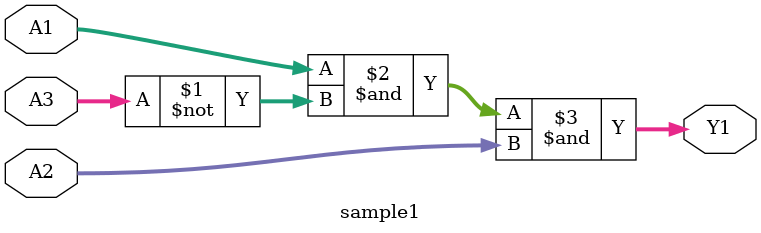
<source format=v>
/*
 * Generated by Digiblock. Don't modify this file!
 * Any changes will be lost if this file is regenerated.
 */

module sample1 (
  input [1:0] A1,
  input [1:0] A2,
  input [1:0] A3,
  output [1:0] Y1
);
  assign Y1 = (A1 & ~ A3 & A2);
endmodule

</source>
